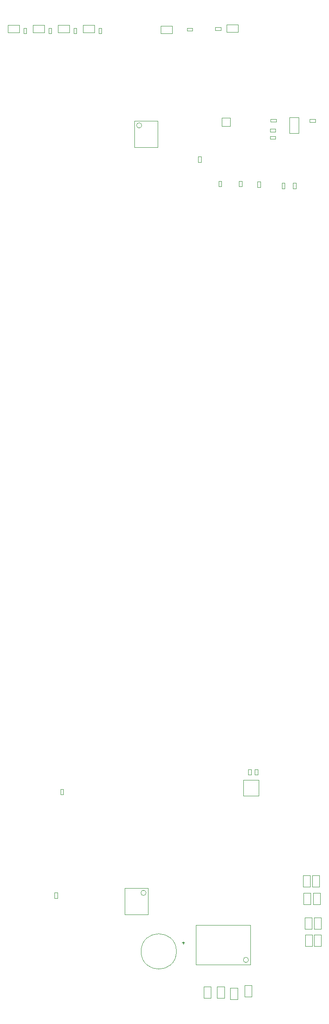
<source format=gbr>
G04 Layer_Color=16711935*
%FSLAX26Y26*%
%MOIN*%
%TF.FileFunction,Other,Mechanical_13*%
%TF.Part,Single*%
G01*
G75*
%TA.AperFunction,NonConductor*%
%ADD44C,0.007874*%
%ADD80C,0.003937*%
D44*
X-1150835Y664961D02*
X-1131150Y664961D01*
X-1140992Y655118D02*
X-1140992Y674803D01*
D80*
X-647055Y535827D02*
G03*
X-647055Y535827I-19685J0D01*
G01*
X-1194142Y600000D02*
G03*
X-1194142Y600000I-133858J0D01*
G01*
X-1424118Y1044138D02*
G03*
X-1424118Y1044138I-19685J0D01*
G01*
X-1457543Y6862579D02*
G03*
X-1457543Y6862579I-19685J0D01*
G01*
X-984575Y246693D02*
X-984575Y333307D01*
X-931425Y246693D02*
X-931425Y333307D01*
X-984575Y333307D02*
X-931425Y333307D01*
X-984575Y246693D02*
X-931425Y246693D01*
X-886543Y246693D02*
X-829457Y246693D01*
X-886543Y333307D02*
X-829457Y333307D01*
X-829457Y246693D02*
X-829457Y333307D01*
X-886543Y246693D02*
X-886543Y333307D01*
X-786543Y236693D02*
X-729457Y236693D01*
X-786543Y323307D02*
X-729457Y323307D01*
X-729457Y236693D02*
X-729457Y323307D01*
X-786543Y236693D02*
X-786543Y323307D01*
X-674575Y256693D02*
X-674575Y343307D01*
X-621425Y256693D02*
X-621425Y343307D01*
X-674575Y343307D02*
X-621425Y343307D01*
X-674575Y256693D02*
X-621425Y256693D01*
X-1044693Y500394D02*
X-631307Y500394D01*
X-1044693Y799606D02*
X-631307Y799606D01*
X-631307Y500394D02*
X-631307Y799606D01*
X-1044693Y500394D02*
X-1044693Y799606D01*
X-2073827Y1789331D02*
X-2073827Y1830669D01*
X-2052173Y1789331D02*
X-2052173Y1830669D01*
X-2073827Y1789331D02*
X-2052173Y1789331D01*
X-2073827Y1830669D02*
X-2052173Y1830669D01*
X-1007173Y6584331D02*
X-1007173Y6625669D01*
X-1028827Y6584331D02*
X-1028827Y6625669D01*
X-1028827Y6584331D02*
X-1007173Y6584331D01*
X-1028827Y6625669D02*
X-1007173Y6625669D01*
X-2097173Y1004331D02*
X-2097173Y1045669D01*
X-2118827Y1004331D02*
X-2118827Y1045669D01*
X-2118827Y1004331D02*
X-2097173Y1004331D01*
X-2118827Y1045669D02*
X-2097173Y1045669D01*
X-1762173Y7559331D02*
X-1762173Y7600669D01*
X-1783827Y7559331D02*
X-1783827Y7600669D01*
X-1783827Y7559331D02*
X-1762173Y7559331D01*
X-1783827Y7600669D02*
X-1762173Y7600669D01*
X-1113669Y7600827D02*
X-1072331Y7600827D01*
X-1113669Y7579173D02*
X-1072331Y7579173D01*
X-1072331Y7600827D01*
X-1113669Y7579173D02*
X-1113669Y7600827D01*
X-873827Y6399331D02*
X-873827Y6440669D01*
X-852173Y6399331D02*
X-852173Y6440669D01*
X-873827Y6399331D02*
X-852173Y6399331D01*
X-873827Y6440669D02*
X-852173Y6440669D01*
X-578827Y6394331D02*
X-578827Y6435669D01*
X-557173Y6394331D02*
X-557173Y6435669D01*
X-578827Y6394331D02*
X-557173Y6394331D01*
X-578827Y6435669D02*
X-557173Y6435669D01*
X-718827Y6399331D02*
X-718827Y6440669D01*
X-697173Y6399331D02*
X-697173Y6440669D01*
X-718827Y6399331D02*
X-697173Y6399331D01*
X-718827Y6440669D02*
X-697173Y6440669D01*
X-1311307Y7616043D02*
X-1224693Y7616043D01*
X-1311307Y7558957D02*
X-1224693Y7558957D01*
X-1224693Y7616043D01*
X-1311307Y7558957D02*
X-1311307Y7616043D01*
X-1408371Y878783D02*
X-1408371Y1079571D01*
X-1585535Y878783D02*
X-1585535Y1079571D01*
X-1408371Y1079571D01*
X-1585535Y878783D02*
X-1408371Y878783D01*
X-727175Y7568634D02*
X-727175Y7625720D01*
X-813789Y7568634D02*
X-813789Y7625720D01*
X-727175Y7625720D01*
X-813789Y7568634D02*
X-727175Y7568634D01*
X-898669Y7584173D02*
X-857331Y7584173D01*
X-898669Y7605827D02*
X-857331Y7605827D01*
X-898669Y7584173D02*
X-898669Y7605827D01*
X-857331Y7584173D02*
X-857331Y7605827D01*
X-2281306Y7564957D02*
X-2281306Y7622043D01*
X-2194692Y7564957D02*
X-2194692Y7622043D01*
X-2281306Y7564957D02*
X-2194692Y7564957D01*
X-2281306Y7622043D02*
X-2194692Y7622043D01*
X-2091306Y7564957D02*
X-2091306Y7622043D01*
X-2004692Y7564957D02*
X-2004692Y7622043D01*
X-2091306Y7564957D02*
X-2004692Y7564957D01*
X-2091306Y7622043D02*
X-2004692Y7622043D01*
X-1901306Y7564957D02*
X-1901306Y7622043D01*
X-1814692Y7564957D02*
X-1814692Y7622043D01*
X-1901306Y7564957D02*
X-1814692Y7564957D01*
X-1901306Y7622043D02*
X-1814692Y7622043D01*
X-2471308Y7566457D02*
X-2471308Y7623543D01*
X-2384694Y7566457D02*
X-2384694Y7623543D01*
X-2471308Y7566457D02*
X-2384694Y7566457D01*
X-2471308Y7623543D02*
X-2384694Y7623543D01*
X-372173Y6384331D02*
X-372173Y6425669D01*
X-393827Y6384331D02*
X-393827Y6425669D01*
X-393827Y6384331D02*
X-372173Y6384331D01*
X-393827Y6425669D02*
X-372173Y6425669D01*
X-287173Y6384331D02*
X-287173Y6425669D01*
X-308827Y6384331D02*
X-308827Y6425669D01*
X-308827Y6384331D02*
X-287173Y6384331D01*
X-308827Y6425669D02*
X-287173Y6425669D01*
X-2142173Y7559331D02*
X-2142173Y7600669D01*
X-2163827Y7559331D02*
X-2163827Y7600669D01*
X-2163827Y7559331D02*
X-2142173Y7559331D01*
X-2163827Y7600669D02*
X-2142173Y7600669D01*
X-1952173Y7559331D02*
X-1952173Y7600669D01*
X-1973827Y7559331D02*
X-1973827Y7600669D01*
X-1973827Y7559331D02*
X-1952173Y7559331D01*
X-1973827Y7600669D02*
X-1952173Y7600669D01*
X-220378Y770517D02*
X-220378Y857131D01*
X-167228Y770517D02*
X-167228Y857131D01*
X-220378Y857131D02*
X-167228Y857131D01*
X-220378Y770517D02*
X-167228Y770517D01*
X-96362Y770515D02*
X-96362Y857129D01*
X-149512Y770515D02*
X-149512Y857129D01*
X-149512Y770515D02*
X-96362Y770515D01*
X-149512Y857129D02*
X-96362Y857129D01*
X-182134Y6885365D02*
X-182134Y6908987D01*
X-138827Y6885365D02*
X-138827Y6908987D01*
X-182134Y6908987D02*
X-138827Y6908987D01*
X-182134Y6885365D02*
X-138827Y6885365D01*
X-1512661Y6697224D02*
X-1512661Y6898012D01*
X-1335495Y6697224D02*
X-1335495Y6898012D01*
X-1512661Y6898012D02*
X-1335495Y6898012D01*
X-1512661Y6697224D02*
X-1335495Y6697224D01*
X-179040Y1089415D02*
X-179040Y1176028D01*
X-232188Y1089415D02*
X-232188Y1176028D01*
X-179040Y1176028D01*
X-232188Y1089415D02*
X-179040Y1089415D01*
X-161322Y1089412D02*
X-161322Y1176026D01*
X-108174Y1089412D02*
X-108174Y1176026D01*
X-161322Y1089412D02*
X-108174Y1089412D01*
X-161322Y1176026D02*
X-108174Y1176026D01*
X-149511Y640594D02*
X-149511Y727208D01*
X-96363Y640594D02*
X-96363Y727208D01*
X-149511Y640594D02*
X-96363Y640594D01*
X-149511Y727208D02*
X-96363Y727208D01*
X-228251Y955556D02*
X-228251Y1042170D01*
X-175103Y955556D02*
X-175103Y1042170D01*
X-228251Y955556D02*
X-175103Y955556D01*
X-228251Y1042170D02*
X-175103Y1042170D01*
X-163292Y640595D02*
X-163292Y727209D01*
X-216440Y640595D02*
X-216440Y727209D01*
X-163292Y727209D01*
X-216440Y640595D02*
X-163292Y640595D01*
X-104236Y955554D02*
X-104236Y1042170D01*
X-157386Y955554D02*
X-157386Y1042170D01*
X-104236Y1042170D01*
X-157386Y955554D02*
X-104236Y955554D01*
X-849496Y6919996D02*
X-786504Y6919996D01*
X-849496Y6857004D02*
X-786504Y6857004D01*
X-786504Y6919996D01*
X-849496Y6857004D02*
X-849496Y6919996D01*
X-478669Y6889173D02*
X-437331Y6889173D01*
X-478669Y6910827D02*
X-437331Y6910827D01*
X-437331Y6889173D02*
X-437331Y6910827D01*
X-478669Y6889173D02*
X-478669Y6910827D01*
X-483669Y6835827D02*
X-442331Y6835827D01*
X-483669Y6814173D02*
X-442331Y6814173D01*
X-483669Y6814173D02*
X-483669Y6835827D01*
X-442331Y6814173D02*
X-442331Y6835827D01*
X-483669Y6759173D02*
X-442331Y6759173D01*
X-483669Y6780827D02*
X-442331Y6780827D01*
X-442331Y6759173D02*
X-442331Y6780827D01*
X-483669Y6759173D02*
X-483669Y6780827D01*
X-334930Y6802137D02*
X-266032Y6802137D01*
X-334930Y6922216D02*
X-266032Y6922216D01*
X-266032Y6802137D02*
X-266032Y6922216D01*
X-334930Y6802137D02*
X-334930Y6922216D01*
X-648827Y1939331D02*
X-648827Y1980669D01*
X-627173Y1939331D02*
X-627173Y1980669D01*
X-648827Y1939331D02*
X-627173Y1939331D01*
X-648827Y1980669D02*
X-627173Y1980669D01*
X-598827Y1939331D02*
X-598827Y1980669D01*
X-577173Y1939331D02*
X-577173Y1980669D01*
X-598827Y1939331D02*
X-577173Y1939331D01*
X-598827Y1980669D02*
X-577173Y1980669D01*
X-2332173Y7559331D02*
X-2332173Y7600669D01*
X-2353827Y7559331D02*
X-2353827Y7600669D01*
X-2353827Y7559331D02*
X-2332173Y7559331D01*
X-2353827Y7600669D02*
X-2332173Y7600669D01*
X-568945Y1780945D02*
X-568945Y1899055D01*
X-687055Y1899055D02*
X-568945Y1899055D01*
X-687055Y1780945D02*
X-568945Y1780945D01*
X-687055Y1780945D02*
X-687055Y1899055D01*
%TF.MD5,20cdafd48e434fa6f64cdefdbfbcc301*%
M02*

</source>
